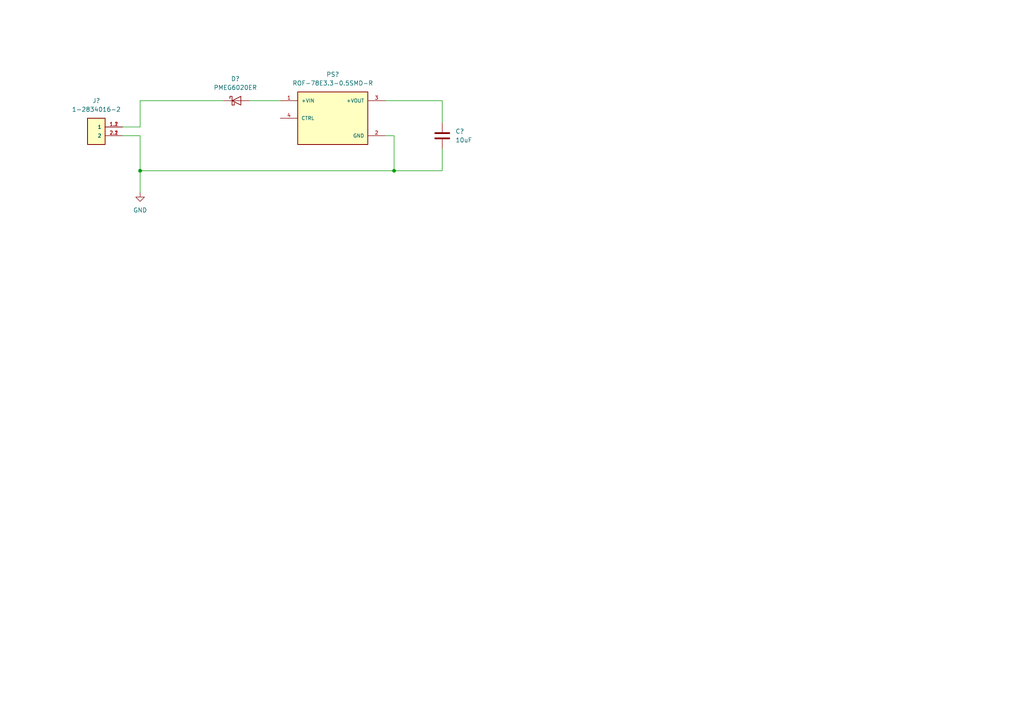
<source format=kicad_sch>
(kicad_sch (version 20211123) (generator eeschema)
  (paper "A4")
  (lib_symbols
    (symbol "Device:C" (pin_numbers hide) (pin_names (offset 0.254))
      (property "Reference" "C" (at 0.635 2.54 0))
      (property "Value" "C" (at 0.635 -2.54 0))
      (symbol "C_0_1"
        (polyline (pts (xy -2.032 -0.762) (xy 2.032 -0.762)) (stroke (width 0.508)))
        (polyline (pts (xy -2.032 0.762) (xy 2.032 0.762)) (stroke (width 0.508)))
      )
      (symbol "C_1_1"
        (pin passive line (at 0 3.81 270) (length 2.794) (name "~") (number "1"))
        (pin passive line (at 0 -3.81 90) (length 2.794) (name "~") (number "2"))
      )
    )
    (symbol "Diode:PMEG6020ER" (pin_numbers hide) (pin_names hide)
      (property "Reference" "D" (at 0 2.54 0))
      (property "Value" "PMEG6020ER" (at 0 -2.54 0))
      (symbol "PMEG6020ER_0_1"
        (polyline (pts (xy 1.27 0) (xy -1.27 0)))
        (polyline (pts (xy 1.27 1.27) (xy 1.27 -1.27) (xy -1.27 0) (xy 1.27 1.27)) (stroke (width 0.2032)))
        (polyline (pts (xy -1.905 0.635) (xy -1.905 1.27) (xy -1.27 1.27) (xy -1.27 -1.27) (xy -0.635 -1.27) (xy -0.635 -0.635)) (stroke (width 0.2032)))
      )
      (symbol "PMEG6020ER_1_1"
        (pin passive line (at -3.81 0 0) (length 2.54) (name "K") (number "1"))
        (pin passive line (at 3.81 0 180) (length 2.54) (name "A") (number "2"))
      )
    )
    (symbol "TE conn:1-2834016-2" (pin_names (offset 1.016))
      (property "Reference" "J" (at -2.54 6.35 0))
      (property "Value" "1-2834016-2" (at -2.54 -5.08 0))
      (symbol "1-2834016-2_0_0"
        (rectangle (start -2.54 -2.54) (end 2.54 5.08) (stroke (width 0.254)) (fill (type background)))
        (pin passive line (at -7.62 2.54 0) (length 5.08) (name "1") (number "1.1"))
        (pin passive line (at -7.62 2.54 0) (length 5.08) (name "1") (number "1.2"))
        (pin passive line (at -7.62 0 0) (length 5.08) (name "2") (number "2.1"))
        (pin passive line (at -7.62 0 0) (length 5.08) (name "2") (number "2.2"))
      )
    )
    (symbol "power:GND" (power) (pin_names (offset 0))
      (property "Value" "GND" (at 0 -3.81 0))
      (symbol "GND_0_1"
        (polyline (pts (xy 0 0) (xy 0 -1.27) (xy 1.27 -1.27) (xy 0 -2.54) (xy -1.27 -1.27) (xy 0 -1.27)))
      )
      (symbol "GND_1_1"
        (pin power_in line (at 0 0 270) (length 0) hide (name "GND") (number "1"))
      )
    )
    (symbol "recom:ROF-78E3.3-0.5SMD-R" (pin_names (offset 1.016))
      (property "Reference" "PS" (at -10.16 8.89 0))
      (property "Value" "ROF-78E3.3-0.5SMD-R" (at -10.16 -10.16 0))
      (symbol "ROF-78E3.3-0.5SMD-R_0_0"
        (rectangle (start -10.16 -7.62) (end 10.16 7.62) (stroke (width 0.254)) (fill (type background)))
        (pin input line (at -15.24 5.08 0) (length 5.08) (name "+VIN") (number "1"))
        (pin power_in line (at 15.24 -5.08 180) (length 5.08) (name "GND") (number "2"))
        (pin output line (at 15.24 5.08 180) (length 5.08) (name "+VOUT") (number "3"))
        (pin input line (at -15.24 0 0) (length 5.08) (name "CTRL") (number "4"))
      )
    )
  )
  (junction (at 114.3 49.53))
  (junction (at 40.64 49.53))
  (wire (pts (xy 40.64 49.53) (xy 114.3 49.53)))
  (wire (pts (xy 40.64 36.83) (xy 40.64 29.21)))
  (wire (pts (xy 72.39 29.21) (xy 81.28 29.21)))
  (wire (pts (xy 128.27 49.53) (xy 114.3 49.53)))
  (wire (pts (xy 40.64 29.21) (xy 64.77 29.21)))
  (wire (pts (xy 128.27 29.21) (xy 111.76 29.21)))
  (wire (pts (xy 128.27 35.56) (xy 128.27 29.21)))
  (wire (pts (xy 40.64 49.53) (xy 40.64 55.88)))
  (wire (pts (xy 40.64 39.37) (xy 40.64 49.53)))
  (wire (pts (xy 111.76 39.37) (xy 114.3 39.37)))
  (wire (pts (xy 35.56 36.83) (xy 40.64 36.83)))
  (wire (pts (xy 128.27 43.18) (xy 128.27 49.53)))
  (wire (pts (xy 114.3 49.53) (xy 114.3 39.37)))
  (wire (pts (xy 35.56 39.37) (xy 40.64 39.37)))
  (symbol (lib_id "Device:C") (at 128.27 39.37 0) (unit 1)
    (property "Reference" "C?" (at 132.08 38.0999 0) (effects (justify left)))
    (property "Value" "10uF" (at 132.08 40.6399 0) (effects (justify left)))
    (property "Footprint" "Capacitor_SMD:C_0805_2012Metric_Pad1.18x1.45mm_HandSolder" (effects hide))
  )
  (symbol (lib_id "recom:ROF-78E3.3-0.5SMD-R") (at 96.52 34.29 0) (unit 1)
    (property "Reference" "PS?" (at 96.52 21.59 0))
    (property "Value" "ROF-78E3.3-0.5SMD-R" (at 96.52 24.13 0))
    (property "Footprint" "proj_libraries:CONV_ROF-78E3.3-0.5SMD-R" (effects hide))
    (property "MANUFACTURER" "RECOM" (effects hide))
    (property "MAXIMUM_PACKAGE_HEIGHT" "4.00mm" (effects hide))
    (property "STANDARD" "Manufacturer Recommendations" (effects hide))
    (property "PARTREV" "4" (effects hide))
  )
  (symbol (lib_id "Diode:PMEG6020ER") (at 68.58 29.21 0) (unit 1)
    (property "Reference" "D?" (at 68.2625 22.86 0))
    (property "Value" "PMEG6020ER" (at 68.2625 25.4 0))
    (property "Footprint" "Diode_SMD:Nexperia_CFP3_SOD-123W" (effects hide))
    (property "Datasheet" "https://assets.nexperia.com/documents/data-sheet/PMEG6020ER.pdf" (effects hide))
  )
  (symbol (lib_id "power:GND") (at 40.64 55.88 0) (unit 1)
    (property "Reference" "#PWR?" (effects hide))
    (property "Value" "GND" (at 40.64 60.96 0))
  )
  (symbol (lib_id "TE conn:1-2834016-2") (at 27.94 39.37 0) (mirror y) (unit 1)
    (property "Reference" "J?" (at 27.94 29.21 0))
    (property "Value" "1-2834016-2" (at 27.94 31.75 0))
    (property "Footprint" "proj_libraries:TE_1-2834016-2" (effects hide))
    (property "Comment" "1-2834016-2" (effects hide))
    (property "EU_RoHS_Compliance" "Compliant" (effects hide))
  )
)
</source>
